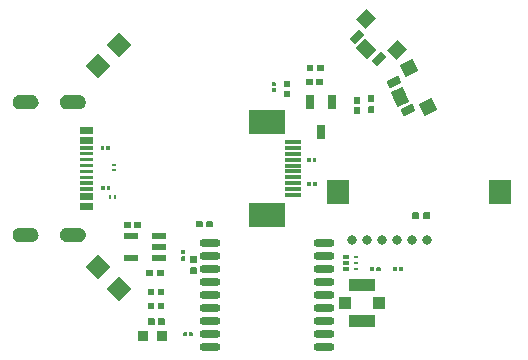
<source format=gbp>
G04 Layer: BottomPasteMaskLayer*
G04 Panelize: , Column: 1, Row: 1, Board Size: 43.14mm x 33.02mm, Panelized Board Size: 43.14mm x 33.02mm*
G04 EasyEDA v6.5.39, 2023-12-15 19:25:59*
G04 3b811ad68a954a9fa16293bbb790c8b3,9a4ed40c0dd746429eaf55b84663d2fb,10*
G04 Gerber Generator version 0.2*
G04 Scale: 100 percent, Rotated: No, Reflected: No *
G04 Dimensions in millimeters *
G04 leading zeros omitted , absolute positions ,4 integer and 5 decimal *
%FSLAX45Y45*%
%MOMM*%

%AMMACRO1*21,1,$1,$2,0,0,$3*%
%ADD10C,0.8000*%
%ADD11MACRO1,2X1.8001X-90.0000*%
%ADD12MACRO1,1.5241X1.5241X-45.0000*%
%ADD13MACRO1,1.5239X1.5241X-135.0068*%
%ADD14MACRO1,0.7X1.2499X0.0000*%
%ADD15MACRO1,0.27X0.2499X0.0000*%
%ADD16MACRO1,0.27X0.2499X90.0000*%
%ADD17MACRO1,0.7998X0.8001X90.0000*%
%ADD18MACRO1,0.8001X0.8001X90.0000*%
%ADD19MACRO1,0.49X1.1572X-90.0000*%
%ADD20MACRO1,0.49X1.175X-90.0000*%
%ADD21MACRO1,0.3X1.3002X90.0000*%
%ADD22MACRO1,0.3002X1.3002X90.0000*%
%ADD23MACRO1,2X3X90.0000*%
%ADD24O,1.7729962X0.6999986*%
%ADD25MACRO1,2.1999X1.0998X0.0000*%
%ADD26MACRO1,1.05X1X-90.0000*%
%ADD27MACRO1,2.2001X1.0998X0.0000*%
%ADD28R,0.4250X0.2800*%
%ADD29MACRO1,0.4252X0.2799X0.0000*%
%ADD30MACRO1,0.7001X1.1001X135.0000*%
%ADD31MACRO1,0.6999X1.1001X134.9853*%
%ADD32MACRO1,1.4X1.0999X135.0074*%
%ADD33MACRO1,1.1498X1.2001X135.0000*%
%ADD34MACRO1,1.15X1.1998X135.0089*%
%ADD35MACRO1,0.7001X1.0999X116.0166*%
%ADD36MACRO1,0.7002X1.1002X115.9888*%
%ADD37MACRO1,1.4X1.1002X115.9979*%
%ADD38MACRO1,1.1501X1.2002X115.9878*%
%ADD39MACRO1,1.1499X1.1999X116.0047*%
%ADD40C,0.0180*%

%LPD*%
G36*
X-438810Y-274777D02*
G01*
X-442772Y-278790D01*
X-442772Y-324815D01*
X-438810Y-328777D01*
X-388721Y-328777D01*
X-384708Y-324815D01*
X-384708Y-278790D01*
X-388721Y-274777D01*
G37*
G36*
X-523849Y-274777D02*
G01*
X-527862Y-278790D01*
X-527862Y-324815D01*
X-523849Y-328777D01*
X-473811Y-328777D01*
X-469798Y-324815D01*
X-469798Y-278790D01*
X-473811Y-274777D01*
G37*
G36*
X-523544Y-392379D02*
G01*
X-527558Y-396392D01*
X-527558Y-442417D01*
X-523544Y-446379D01*
X-473506Y-446379D01*
X-469493Y-442417D01*
X-469493Y-396392D01*
X-473506Y-392379D01*
G37*
G36*
X-438505Y-392379D02*
G01*
X-442518Y-396392D01*
X-442518Y-442417D01*
X-438505Y-446379D01*
X-388416Y-446379D01*
X-384454Y-442417D01*
X-384454Y-396392D01*
X-388416Y-392379D01*
G37*
G36*
X875385Y629716D02*
G01*
X872998Y627278D01*
X872998Y599694D01*
X875385Y597306D01*
X901801Y597306D01*
X904189Y599694D01*
X904189Y627278D01*
X901801Y629716D01*
G37*
G36*
X827989Y629716D02*
G01*
X825601Y627278D01*
X825601Y599694D01*
X827989Y597306D01*
X854405Y597306D01*
X856792Y599694D01*
X856792Y627278D01*
X854405Y629716D01*
G37*
G36*
X528015Y1472996D02*
G01*
X525576Y1470609D01*
X525576Y1444193D01*
X528015Y1441805D01*
X555599Y1441805D01*
X557987Y1444193D01*
X557987Y1470609D01*
X555599Y1472996D01*
G37*
G36*
X528015Y1425600D02*
G01*
X525576Y1423212D01*
X525576Y1396796D01*
X528015Y1394409D01*
X555599Y1394409D01*
X557987Y1396796D01*
X557987Y1423212D01*
X555599Y1425600D01*
G37*
G36*
X872083Y834593D02*
G01*
X869696Y832205D01*
X869696Y804621D01*
X872083Y802182D01*
X898499Y802182D01*
X900887Y804621D01*
X900887Y832205D01*
X898499Y834593D01*
G37*
G36*
X824687Y834593D02*
G01*
X822299Y832205D01*
X822299Y804621D01*
X824687Y802182D01*
X851103Y802182D01*
X853490Y804621D01*
X853490Y832205D01*
X851103Y834593D01*
G37*
G36*
X-1099870Y583946D02*
G01*
X-1099870Y553974D01*
X-989888Y553974D01*
X-989888Y583946D01*
G37*
G36*
X-1099870Y633984D02*
G01*
X-1099870Y603758D01*
X-989888Y603758D01*
X-989888Y633984D01*
G37*
G36*
X-1099870Y683768D02*
G01*
X-1099870Y653796D01*
X-989888Y653796D01*
X-989888Y683768D01*
G37*
G36*
X-1099870Y733806D02*
G01*
X-1099870Y703834D01*
X-989888Y703834D01*
X-989888Y733806D01*
G37*
G36*
X-1099870Y783844D02*
G01*
X-1099870Y753872D01*
X-989888Y753872D01*
X-989888Y783844D01*
G37*
G36*
X-1099870Y833882D02*
G01*
X-1099870Y803910D01*
X-989888Y803910D01*
X-989888Y833882D01*
G37*
G36*
X-1099870Y883919D02*
G01*
X-1099870Y853948D01*
X-989888Y853948D01*
X-989888Y883919D01*
G37*
G36*
X-1099870Y933958D02*
G01*
X-1099870Y903986D01*
X-989888Y903986D01*
X-989888Y933958D01*
G37*
G36*
X-1100023Y454253D02*
G01*
X-1100023Y394004D01*
X-989736Y394004D01*
X-989736Y454253D01*
G37*
G36*
X-1100023Y534263D02*
G01*
X-1100023Y474014D01*
X-989736Y474014D01*
X-989736Y534263D01*
G37*
G36*
X-1100023Y1014171D02*
G01*
X-1100023Y953973D01*
X-989736Y953973D01*
X-989736Y1014171D01*
G37*
G36*
X-1100023Y1094079D02*
G01*
X-1100023Y1033830D01*
X-989736Y1033830D01*
X-989736Y1094079D01*
G37*
G36*
X-1610461Y1365859D02*
G01*
X-1617522Y1365453D01*
X-1621078Y1364945D01*
X-1627987Y1363268D01*
X-1631340Y1362151D01*
X-1637842Y1359255D01*
X-1643989Y1355648D01*
X-1649628Y1351330D01*
X-1654708Y1346403D01*
X-1659178Y1340866D01*
X-1662988Y1334871D01*
X-1666036Y1328420D01*
X-1667306Y1325118D01*
X-1669135Y1318260D01*
X-1669796Y1314754D01*
X-1670405Y1307642D01*
X-1670202Y1300530D01*
X-1669135Y1293520D01*
X-1667306Y1286662D01*
X-1664614Y1280058D01*
X-1661160Y1273860D01*
X-1657045Y1268069D01*
X-1652219Y1262837D01*
X-1646834Y1258214D01*
X-1640941Y1254201D01*
X-1634642Y1250950D01*
X-1627987Y1248511D01*
X-1621078Y1246835D01*
X-1614017Y1245971D01*
X-1506880Y1245971D01*
X-1499819Y1246835D01*
X-1492910Y1248511D01*
X-1486255Y1250950D01*
X-1479956Y1254201D01*
X-1474063Y1258214D01*
X-1468678Y1262837D01*
X-1463852Y1268069D01*
X-1459687Y1273860D01*
X-1456283Y1280058D01*
X-1453591Y1286662D01*
X-1451711Y1293520D01*
X-1450695Y1300530D01*
X-1450492Y1307642D01*
X-1451102Y1314754D01*
X-1451711Y1318260D01*
X-1453591Y1325118D01*
X-1456283Y1331671D01*
X-1459687Y1337919D01*
X-1463852Y1343710D01*
X-1468678Y1348943D01*
X-1474063Y1353566D01*
X-1476908Y1355648D01*
X-1483055Y1359255D01*
X-1489557Y1362151D01*
X-1496364Y1364183D01*
X-1499819Y1364945D01*
X-1506880Y1365758D01*
G37*
G36*
X-1210462Y1365859D02*
G01*
X-1217523Y1365453D01*
X-1221079Y1364945D01*
X-1227988Y1363268D01*
X-1231341Y1362151D01*
X-1237843Y1359255D01*
X-1243990Y1355648D01*
X-1249629Y1351330D01*
X-1254709Y1346403D01*
X-1259179Y1340866D01*
X-1262989Y1334871D01*
X-1266037Y1328420D01*
X-1267307Y1325118D01*
X-1269136Y1318260D01*
X-1269796Y1314754D01*
X-1270406Y1307642D01*
X-1270203Y1300530D01*
X-1269136Y1293520D01*
X-1267307Y1286662D01*
X-1264615Y1280058D01*
X-1261160Y1273860D01*
X-1257046Y1268069D01*
X-1252220Y1262837D01*
X-1246835Y1258214D01*
X-1240942Y1254201D01*
X-1234643Y1250950D01*
X-1227988Y1248511D01*
X-1221079Y1246835D01*
X-1214018Y1245971D01*
X-1106881Y1245971D01*
X-1099820Y1246835D01*
X-1092911Y1248511D01*
X-1086256Y1250950D01*
X-1079957Y1254201D01*
X-1074064Y1258214D01*
X-1068679Y1262837D01*
X-1063853Y1268069D01*
X-1059688Y1273860D01*
X-1056284Y1280058D01*
X-1053592Y1286662D01*
X-1051712Y1293520D01*
X-1050696Y1300530D01*
X-1050493Y1307642D01*
X-1051102Y1314754D01*
X-1051712Y1318260D01*
X-1053592Y1325118D01*
X-1056284Y1331671D01*
X-1059688Y1337919D01*
X-1063853Y1343710D01*
X-1068679Y1348943D01*
X-1074064Y1353566D01*
X-1076909Y1355648D01*
X-1083056Y1359255D01*
X-1089558Y1362151D01*
X-1096365Y1364183D01*
X-1099820Y1364945D01*
X-1106881Y1365758D01*
G37*
G36*
X-1610461Y241909D02*
G01*
X-1617522Y241503D01*
X-1624533Y240233D01*
X-1631340Y238150D01*
X-1637842Y235305D01*
X-1643989Y231648D01*
X-1649628Y227380D01*
X-1654708Y222402D01*
X-1659178Y216865D01*
X-1662988Y210870D01*
X-1666036Y204470D01*
X-1667306Y201117D01*
X-1669135Y194259D01*
X-1670202Y187248D01*
X-1670405Y180136D01*
X-1669796Y173024D01*
X-1668322Y166116D01*
X-1667306Y162712D01*
X-1664614Y156108D01*
X-1661160Y149860D01*
X-1657045Y144119D01*
X-1652219Y138836D01*
X-1646834Y134213D01*
X-1643989Y132130D01*
X-1637842Y128524D01*
X-1631340Y125679D01*
X-1627987Y124510D01*
X-1621078Y122834D01*
X-1614017Y122021D01*
X-1510436Y121920D01*
X-1503375Y122326D01*
X-1499819Y122834D01*
X-1492910Y124510D01*
X-1486255Y127000D01*
X-1479956Y130251D01*
X-1476908Y132130D01*
X-1471269Y136448D01*
X-1466189Y141427D01*
X-1461719Y146913D01*
X-1459687Y149860D01*
X-1456283Y156108D01*
X-1453591Y162712D01*
X-1451711Y169570D01*
X-1450695Y176580D01*
X-1450492Y183692D01*
X-1451102Y190754D01*
X-1451711Y194259D01*
X-1453591Y201117D01*
X-1456283Y207721D01*
X-1459687Y213918D01*
X-1463852Y219710D01*
X-1468678Y224942D01*
X-1471269Y227380D01*
X-1476908Y231648D01*
X-1483055Y235305D01*
X-1489557Y238150D01*
X-1496364Y240233D01*
X-1503375Y241503D01*
X-1510436Y241909D01*
G37*
G36*
X-1210462Y241909D02*
G01*
X-1217523Y241503D01*
X-1224534Y240233D01*
X-1231341Y238150D01*
X-1237843Y235305D01*
X-1243990Y231648D01*
X-1249629Y227380D01*
X-1254709Y222402D01*
X-1259179Y216865D01*
X-1262989Y210870D01*
X-1266037Y204470D01*
X-1267307Y201117D01*
X-1269136Y194259D01*
X-1270203Y187248D01*
X-1270406Y180136D01*
X-1269796Y173024D01*
X-1268323Y166116D01*
X-1267307Y162712D01*
X-1264615Y156108D01*
X-1261160Y149860D01*
X-1257046Y144119D01*
X-1252220Y138836D01*
X-1246835Y134213D01*
X-1243990Y132130D01*
X-1237843Y128524D01*
X-1231341Y125679D01*
X-1227988Y124510D01*
X-1221079Y122834D01*
X-1214018Y122021D01*
X-1110437Y121920D01*
X-1103376Y122326D01*
X-1099820Y122834D01*
X-1092911Y124510D01*
X-1086256Y127000D01*
X-1079957Y130251D01*
X-1076909Y132130D01*
X-1071270Y136448D01*
X-1066190Y141427D01*
X-1061720Y146913D01*
X-1059688Y149860D01*
X-1056284Y156108D01*
X-1053592Y162712D01*
X-1051712Y169570D01*
X-1050696Y176580D01*
X-1050493Y183692D01*
X-1051102Y190754D01*
X-1051712Y194259D01*
X-1053592Y201117D01*
X-1056284Y207721D01*
X-1059688Y213918D01*
X-1063853Y219710D01*
X-1068679Y224942D01*
X-1071270Y227380D01*
X-1076909Y231648D01*
X-1083056Y235305D01*
X-1089558Y238150D01*
X-1096365Y240233D01*
X-1103376Y241503D01*
X-1110437Y241909D01*
G37*
G36*
X-919226Y597712D02*
G01*
X-921613Y595274D01*
X-921613Y567690D01*
X-919226Y565302D01*
X-892810Y565302D01*
X-890422Y567690D01*
X-890422Y595274D01*
X-892810Y597712D01*
G37*
G36*
X-871829Y597712D02*
G01*
X-874217Y595274D01*
X-874217Y567690D01*
X-871829Y565302D01*
X-845413Y565302D01*
X-843026Y567690D01*
X-843026Y595274D01*
X-845413Y597712D01*
G37*
G36*
X-875385Y932484D02*
G01*
X-877773Y930097D01*
X-877773Y902462D01*
X-875385Y900074D01*
X-848969Y900074D01*
X-846582Y902462D01*
X-846582Y930097D01*
X-848969Y932484D01*
G37*
G36*
X-922782Y932484D02*
G01*
X-925169Y930097D01*
X-925169Y902462D01*
X-922782Y900074D01*
X-896366Y900074D01*
X-893978Y902462D01*
X-893978Y930097D01*
X-896366Y932484D01*
G37*
G36*
X1410817Y-92252D02*
G01*
X1408379Y-94640D01*
X1408379Y-122275D01*
X1410817Y-124663D01*
X1443736Y-124663D01*
X1446123Y-122275D01*
X1446123Y-94640D01*
X1443736Y-92252D01*
G37*
G36*
X1356868Y-92252D02*
G01*
X1354480Y-94640D01*
X1354480Y-122275D01*
X1356868Y-124663D01*
X1389786Y-124663D01*
X1392224Y-122275D01*
X1392224Y-94640D01*
X1389786Y-92252D01*
G37*
G36*
X822960Y1623009D02*
G01*
X818946Y1618996D01*
X818946Y1573022D01*
X822960Y1569008D01*
X873048Y1569008D01*
X877011Y1573022D01*
X877011Y1618996D01*
X873048Y1623009D01*
G37*
G36*
X908050Y1623009D02*
G01*
X904036Y1618996D01*
X904036Y1573022D01*
X908050Y1569008D01*
X958087Y1569008D01*
X962101Y1573022D01*
X962101Y1618996D01*
X958087Y1623009D01*
G37*
G36*
X1716786Y375208D02*
G01*
X1711807Y370179D01*
X1711807Y325170D01*
X1716786Y320192D01*
X1764792Y320192D01*
X1771802Y325170D01*
X1771802Y370179D01*
X1764792Y375208D01*
G37*
G36*
X1814779Y375208D02*
G01*
X1807768Y370179D01*
X1807768Y325170D01*
X1814779Y320192D01*
X1862785Y320192D01*
X1867814Y325170D01*
X1867814Y370179D01*
X1862785Y375208D01*
G37*
G36*
X-160782Y-89408D02*
G01*
X-165811Y-96418D01*
X-165811Y-144424D01*
X-160782Y-149402D01*
X-115824Y-149402D01*
X-110794Y-144424D01*
X-110794Y-96418D01*
X-115824Y-89408D01*
G37*
G36*
X-160782Y6604D02*
G01*
X-165811Y1574D01*
X-165811Y-46380D01*
X-160782Y-53390D01*
X-115824Y-53390D01*
X-110794Y-46380D01*
X-110794Y1574D01*
X-115824Y6604D01*
G37*
G36*
X1603349Y-94284D02*
G01*
X1600911Y-96672D01*
X1600911Y-124307D01*
X1603349Y-126695D01*
X1636268Y-126695D01*
X1638655Y-124307D01*
X1638655Y-96672D01*
X1636268Y-94284D01*
G37*
G36*
X1549400Y-94284D02*
G01*
X1547012Y-96672D01*
X1547012Y-124307D01*
X1549400Y-126695D01*
X1582318Y-126695D01*
X1584756Y-124307D01*
X1584756Y-96672D01*
X1582318Y-94284D01*
G37*
G36*
X-537108Y-111709D02*
G01*
X-542086Y-116687D01*
X-542086Y-161696D01*
X-537108Y-166725D01*
X-489102Y-166725D01*
X-482092Y-161696D01*
X-482092Y-116687D01*
X-489102Y-111709D01*
G37*
G36*
X-439115Y-111709D02*
G01*
X-446125Y-116687D01*
X-446125Y-161696D01*
X-439115Y-166725D01*
X-391109Y-166725D01*
X-386080Y-161696D01*
X-386080Y-116687D01*
X-391109Y-111709D01*
G37*
G36*
X-174142Y-642416D02*
G01*
X-176580Y-644804D01*
X-176580Y-672439D01*
X-174142Y-674827D01*
X-147726Y-674827D01*
X-145338Y-672439D01*
X-145338Y-644804D01*
X-147726Y-642416D01*
G37*
G36*
X-221589Y-642416D02*
G01*
X-223977Y-644804D01*
X-223977Y-672439D01*
X-221589Y-674827D01*
X-195173Y-674827D01*
X-192735Y-672439D01*
X-192735Y-644804D01*
X-195173Y-642416D01*
G37*
G36*
X-238810Y304D02*
G01*
X-241198Y-2082D01*
X-241198Y-35052D01*
X-238810Y-37439D01*
X-211175Y-37439D01*
X-208788Y-35052D01*
X-208788Y-2082D01*
X-211175Y304D01*
G37*
G36*
X-238810Y54254D02*
G01*
X-241198Y51866D01*
X-241198Y18897D01*
X-238810Y16510D01*
X-211175Y16510D01*
X-208788Y18897D01*
X-208788Y51866D01*
X-211175Y54254D01*
G37*
G36*
X-28194Y298754D02*
G01*
X-32207Y294792D01*
X-32207Y248767D01*
X-28194Y244805D01*
X21844Y244805D01*
X25857Y248767D01*
X25857Y294792D01*
X21844Y298754D01*
G37*
G36*
X-113283Y298754D02*
G01*
X-117297Y294792D01*
X-117297Y248767D01*
X-113283Y244805D01*
X-63195Y244805D01*
X-59232Y248767D01*
X-59232Y294792D01*
X-63195Y298754D01*
G37*
G36*
X629818Y1488135D02*
G01*
X625805Y1484172D01*
X625805Y1434084D01*
X629818Y1430070D01*
X675792Y1430070D01*
X679805Y1434084D01*
X679805Y1484172D01*
X675792Y1488135D01*
G37*
G36*
X629818Y1403096D02*
G01*
X625805Y1399082D01*
X625805Y1349044D01*
X629818Y1345031D01*
X675792Y1345031D01*
X679805Y1349044D01*
X679805Y1399082D01*
X675792Y1403096D01*
G37*
G36*
X905256Y1502359D02*
G01*
X901242Y1498346D01*
X901242Y1452372D01*
X905256Y1448358D01*
X955294Y1448358D01*
X959307Y1452372D01*
X959307Y1498346D01*
X955294Y1502359D01*
G37*
G36*
X820166Y1502359D02*
G01*
X816152Y1498346D01*
X816152Y1452372D01*
X820166Y1448358D01*
X870254Y1448358D01*
X874217Y1452372D01*
X874217Y1498346D01*
X870254Y1502359D01*
G37*
G36*
X1343101Y1271270D02*
G01*
X1338072Y1264259D01*
X1338072Y1216253D01*
X1343101Y1211275D01*
X1388110Y1211275D01*
X1393088Y1216253D01*
X1393088Y1264259D01*
X1388110Y1271270D01*
G37*
G36*
X1343101Y1367282D02*
G01*
X1338072Y1362252D01*
X1338072Y1314246D01*
X1343101Y1307236D01*
X1388110Y1307236D01*
X1393088Y1314246D01*
X1393088Y1362252D01*
X1388110Y1367282D01*
G37*
G36*
X1223213Y1264310D02*
G01*
X1219200Y1260348D01*
X1219200Y1210259D01*
X1223213Y1206246D01*
X1269187Y1206246D01*
X1273200Y1210259D01*
X1273200Y1260348D01*
X1269187Y1264310D01*
G37*
G36*
X1223213Y1349400D02*
G01*
X1219200Y1345387D01*
X1219200Y1295349D01*
X1223213Y1291336D01*
X1269187Y1291336D01*
X1273200Y1295349D01*
X1273200Y1345387D01*
X1269187Y1349400D01*
G37*
G36*
X-635457Y291490D02*
G01*
X-639470Y287528D01*
X-639470Y241503D01*
X-635457Y237490D01*
X-585368Y237490D01*
X-581406Y241503D01*
X-581406Y287528D01*
X-585368Y291490D01*
G37*
G36*
X-720496Y291490D02*
G01*
X-724509Y287528D01*
X-724509Y241503D01*
X-720496Y237490D01*
X-670458Y237490D01*
X-666445Y241503D01*
X-666445Y287528D01*
X-670458Y291490D01*
G37*
G36*
X-437286Y-524713D02*
G01*
X-441299Y-528675D01*
X-441299Y-574700D01*
X-437286Y-578713D01*
X-387248Y-578713D01*
X-383235Y-574700D01*
X-383235Y-528675D01*
X-387248Y-524713D01*
G37*
G36*
X-522376Y-524713D02*
G01*
X-526338Y-528675D01*
X-526338Y-574700D01*
X-522376Y-578713D01*
X-472287Y-578713D01*
X-468274Y-574700D01*
X-468274Y-528675D01*
X-472287Y-524713D01*
G37*
D10*
G01*
X1459562Y139539D03*
G01*
X1586562Y139539D03*
G01*
X1713562Y139539D03*
G01*
X1840562Y139539D03*
G01*
X1332562Y139539D03*
G01*
X1205562Y139539D03*
D11*
G01*
X1082893Y545000D03*
G01*
X2452893Y545000D03*
D12*
G01*
X-947798Y-92895D03*
G01*
X-768195Y-272498D03*
D13*
G01*
X-767585Y1789892D03*
G01*
X-947188Y1610288D03*
D14*
G01*
X939294Y1052835D03*
G01*
X1034290Y1302771D03*
G01*
X844298Y1302771D03*
D15*
G01*
X-812454Y728692D03*
G01*
X-812454Y771110D03*
D16*
G01*
X-800402Y506557D03*
G01*
X-842820Y506557D03*
D17*
G01*
X-403044Y-671443D03*
D18*
G01*
X-562937Y-670745D03*
D19*
G01*
X-434794Y174249D03*
G01*
X-434794Y79253D03*
G01*
X-434794Y-15742D03*
D20*
G01*
X-665528Y-15742D03*
G01*
X-665528Y174249D03*
D21*
G01*
X706617Y518850D03*
D22*
G01*
X706617Y568850D03*
D21*
G01*
X706617Y618850D03*
D22*
G01*
X706617Y668850D03*
D21*
G01*
X706617Y718850D03*
D22*
G01*
X706617Y768850D03*
D21*
G01*
X706617Y818850D03*
D22*
G01*
X706617Y868850D03*
D21*
G01*
X706617Y918850D03*
D22*
G01*
X706617Y968849D03*
D23*
G01*
X487263Y1133848D03*
G01*
X487263Y353839D03*
D24*
G01*
X2Y-770008D03*
G01*
X2Y-660001D03*
G01*
X2Y-549993D03*
G01*
X2Y-440011D03*
G01*
X2Y-330004D03*
G01*
X2Y-219997D03*
G01*
X2Y-110015D03*
G01*
X2Y-7D03*
G01*
X2Y109999D03*
G01*
X962306Y109999D03*
G01*
X962306Y-7D03*
G01*
X962306Y-110015D03*
G01*
X962306Y-219997D03*
G01*
X962306Y-330004D03*
G01*
X962306Y-440011D03*
G01*
X962306Y-549993D03*
G01*
X962306Y-660001D03*
G01*
X962306Y-770008D03*
D25*
G01*
X1290640Y-244000D03*
D26*
G01*
X1148171Y-394012D03*
D27*
G01*
X1290652Y-543999D03*
D26*
G01*
X1433159Y-394012D03*
D28*
G01*
X1237084Y-5824D03*
G01*
X1237084Y-55811D03*
G01*
X1237084Y-105824D03*
D29*
G01*
X1149581Y-105824D03*
G01*
X1149581Y-55811D03*
G01*
X1149581Y-5824D03*
D30*
G01*
X1429120Y1671363D03*
D31*
G01*
X1241719Y1858751D03*
D32*
G01*
X1324815Y1754459D03*
D33*
G01*
X1582905Y1750915D03*
D34*
G01*
X1321285Y2012548D03*
D35*
G01*
X1678853Y1237366D03*
D36*
G01*
X1562674Y1475541D03*
D37*
G01*
X1607276Y1349888D03*
D38*
G01*
X1850151Y1262512D03*
D39*
G01*
X1687972Y1595061D03*
M02*

</source>
